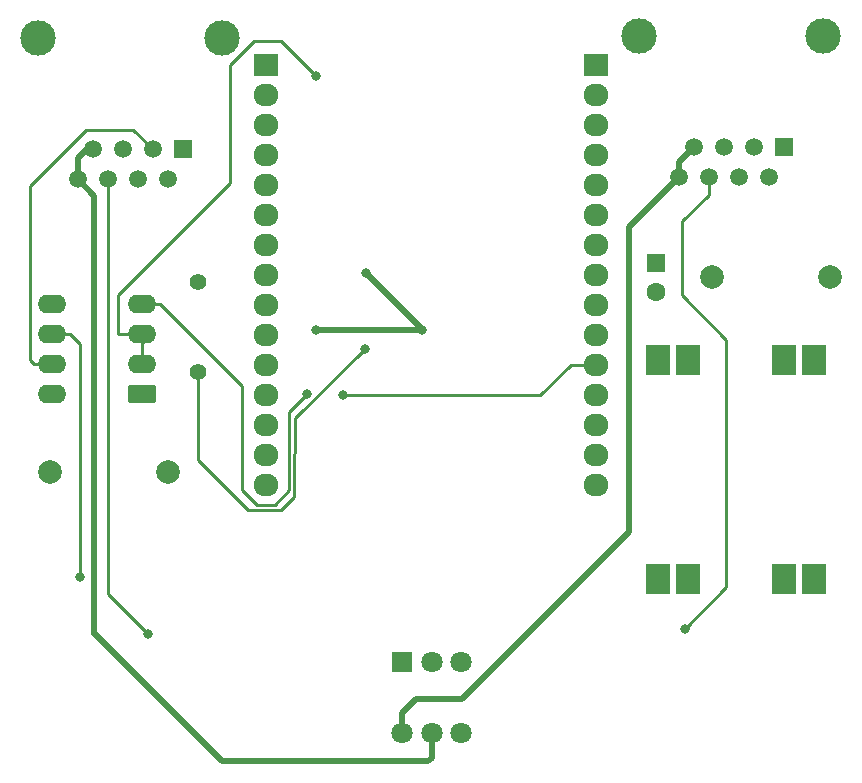
<source format=gbr>
%TF.GenerationSoftware,KiCad,Pcbnew,9.0.6*%
%TF.CreationDate,2025-12-01T16:28:18+01:00*%
%TF.ProjectId,Wavin-AHC-9000-mqtt,57617669-6e2d-4414-9843-2d393030302d,rev?*%
%TF.SameCoordinates,Original*%
%TF.FileFunction,Copper,L2,Bot*%
%TF.FilePolarity,Positive*%
%FSLAX46Y46*%
G04 Gerber Fmt 4.6, Leading zero omitted, Abs format (unit mm)*
G04 Created by KiCad (PCBNEW 9.0.6) date 2025-12-01 16:28:18*
%MOMM*%
%LPD*%
G01*
G04 APERTURE LIST*
G04 Aperture macros list*
%AMRoundRect*
0 Rectangle with rounded corners*
0 $1 Rounding radius*
0 $2 $3 $4 $5 $6 $7 $8 $9 X,Y pos of 4 corners*
0 Add a 4 corners polygon primitive as box body*
4,1,4,$2,$3,$4,$5,$6,$7,$8,$9,$2,$3,0*
0 Add four circle primitives for the rounded corners*
1,1,$1+$1,$2,$3*
1,1,$1+$1,$4,$5*
1,1,$1+$1,$6,$7*
1,1,$1+$1,$8,$9*
0 Add four rect primitives between the rounded corners*
20,1,$1+$1,$2,$3,$4,$5,0*
20,1,$1+$1,$4,$5,$6,$7,0*
20,1,$1+$1,$6,$7,$8,$9,0*
20,1,$1+$1,$8,$9,$2,$3,0*%
G04 Aperture macros list end*
%TA.AperFunction,ComponentPad*%
%ADD10R,1.500000X1.500000*%
%TD*%
%TA.AperFunction,ComponentPad*%
%ADD11C,1.500000*%
%TD*%
%TA.AperFunction,ComponentPad*%
%ADD12C,3.000000*%
%TD*%
%TA.AperFunction,ComponentPad*%
%ADD13C,2.000000*%
%TD*%
%TA.AperFunction,ComponentPad*%
%ADD14RoundRect,0.250000X-0.550000X0.550000X-0.550000X-0.550000X0.550000X-0.550000X0.550000X0.550000X0*%
%TD*%
%TA.AperFunction,ComponentPad*%
%ADD15C,1.600000*%
%TD*%
%TA.AperFunction,ComponentPad*%
%ADD16R,2.100000X1.900000*%
%TD*%
%TA.AperFunction,ComponentPad*%
%ADD17O,2.100000X1.900000*%
%TD*%
%TA.AperFunction,ComponentPad*%
%ADD18C,1.400000*%
%TD*%
%TA.AperFunction,ComponentPad*%
%ADD19RoundRect,0.250000X0.950000X0.550000X-0.950000X0.550000X-0.950000X-0.550000X0.950000X-0.550000X0*%
%TD*%
%TA.AperFunction,ComponentPad*%
%ADD20O,2.400000X1.600000*%
%TD*%
%TA.AperFunction,ComponentPad*%
%ADD21R,1.800000X1.800000*%
%TD*%
%TA.AperFunction,ComponentPad*%
%ADD22C,1.800000*%
%TD*%
%TA.AperFunction,ComponentPad*%
%ADD23R,2.032000X2.540000*%
%TD*%
%TA.AperFunction,ViaPad*%
%ADD24C,0.800000*%
%TD*%
%TA.AperFunction,Conductor*%
%ADD25C,0.500000*%
%TD*%
%TA.AperFunction,Conductor*%
%ADD26C,0.250000*%
%TD*%
G04 APERTURE END LIST*
D10*
%TO.P,J2,1*%
%TO.N,GND*%
X143830000Y-87000000D03*
D11*
%TO.P,J2,2*%
X142560000Y-89540000D03*
%TO.P,J2,3*%
%TO.N,Net-(U3-B)*%
X141290000Y-87000000D03*
%TO.P,J2,4*%
%TO.N,unconnected-(J2-Pad4)*%
X140020000Y-89540000D03*
%TO.P,J2,5*%
%TO.N,unconnected-(J2-Pad5)*%
X138750000Y-87000000D03*
%TO.P,J2,6*%
%TO.N,Net-(J2-Pad6)*%
X137480000Y-89540000D03*
%TO.P,J2,7*%
%TO.N,Net-(J2-Pad7)*%
X136210000Y-87000000D03*
%TO.P,J2,8*%
X134940000Y-89540000D03*
D12*
%TO.P,J2,SH*%
%TO.N,N/C*%
X147155000Y-77600000D03*
X131615000Y-77600000D03*
%TD*%
D13*
%TO.P,C1,1*%
%TO.N,VCC*%
X81750000Y-114500000D03*
%TO.P,C1,2*%
%TO.N,GND*%
X91750000Y-114500000D03*
%TD*%
D14*
%TO.P,C3,1*%
%TO.N,VCC*%
X133000000Y-96771100D03*
D15*
%TO.P,C3,2*%
%TO.N,GND*%
X133000000Y-99271100D03*
%TD*%
D10*
%TO.P,J1,1*%
%TO.N,GND*%
X92945000Y-87155000D03*
D11*
%TO.P,J1,2*%
X91675000Y-89695000D03*
%TO.P,J1,3*%
%TO.N,Net-(U3-B)*%
X90405000Y-87155000D03*
%TO.P,J1,4*%
%TO.N,unconnected-(J1-Pad4)*%
X89135000Y-89695000D03*
%TO.P,J1,5*%
%TO.N,unconnected-(J1-Pad5)*%
X87865000Y-87155000D03*
%TO.P,J1,6*%
%TO.N,Net-(J1-Pad6)*%
X86595000Y-89695000D03*
%TO.P,J1,7*%
%TO.N,Net-(J1-Pad7)*%
X85325000Y-87155000D03*
%TO.P,J1,8*%
X84055000Y-89695000D03*
D12*
%TO.P,J1,SH*%
%TO.N,N/C*%
X96270000Y-77755000D03*
X80730000Y-77755000D03*
%TD*%
D16*
%TO.P,U1,1,A0*%
%TO.N,unconnected-(U1-A0-Pad1)*%
X100000000Y-80000000D03*
D17*
%TO.P,U1,2,RSV*%
%TO.N,unconnected-(U1-RSV-Pad2)*%
X100000000Y-82540000D03*
%TO.P,U1,3,RSV*%
%TO.N,unconnected-(U1-RSV-Pad3)*%
X100000000Y-85080000D03*
%TO.P,U1,4,RSV*%
%TO.N,unconnected-(U1-RSV-Pad4)*%
X100000000Y-87620000D03*
%TO.P,U1,5,RSV*%
%TO.N,unconnected-(U1-RSV-Pad5)*%
X100000000Y-90160000D03*
%TO.P,U1,6,RSV*%
%TO.N,unconnected-(U1-RSV-Pad6)*%
X100000000Y-92700000D03*
%TO.P,U1,7,RSV*%
%TO.N,unconnected-(U1-RSV-Pad7)*%
X100000000Y-95240000D03*
%TO.P,U1,8,GND*%
%TO.N,GND*%
X100000000Y-97780000D03*
%TO.P,U1,9,3V3*%
%TO.N,VCC*%
X100000000Y-100320000D03*
%TO.P,U1,10,GND*%
%TO.N,GND*%
X100000000Y-102860000D03*
%TO.P,U1,11,3V3*%
%TO.N,VCC*%
X100000000Y-105400000D03*
%TO.P,U1,12,EN*%
%TO.N,unconnected-(U1-EN-Pad12)*%
X100000000Y-107940000D03*
%TO.P,U1,13,RST*%
%TO.N,unconnected-(U1-RST-Pad13)*%
X100000000Y-110480000D03*
%TO.P,U1,14,GND*%
%TO.N,GND*%
X100000000Y-113020000D03*
%TO.P,U1,15,5V*%
%TO.N,unconnected-(U1-5V-Pad15)*%
X100000000Y-115560000D03*
%TO.P,U1,16,3V3*%
%TO.N,VCC*%
X127940000Y-115560000D03*
%TO.P,U1,17,GND*%
%TO.N,GND*%
X127940000Y-113020000D03*
%TO.P,U1,18,TX*%
%TO.N,unconnected-(U1-TX-Pad18)*%
X127940000Y-110480000D03*
%TO.P,U1,19,RX*%
%TO.N,unconnected-(U1-RX-Pad19)*%
X127940000Y-107940000D03*
%TO.P,U1,20,D8*%
%TO.N,Net-(U1-D8)*%
X127940000Y-105400000D03*
%TO.P,U1,21,D7*%
%TO.N,Net-(U1-D7)*%
X127940000Y-102860000D03*
%TO.P,U1,22,D6*%
%TO.N,unconnected-(U1-D6-Pad22)*%
X127940000Y-100320000D03*
%TO.P,U1,23,D5*%
%TO.N,unconnected-(U1-D5-Pad23)*%
X127940000Y-97780000D03*
%TO.P,U1,24,GND*%
%TO.N,GND*%
X127940000Y-95240000D03*
%TO.P,U1,25,3V3*%
%TO.N,VCC*%
X127940000Y-92700000D03*
%TO.P,U1,26,D4*%
%TO.N,unconnected-(U1-D4-Pad26)*%
X127940000Y-90160000D03*
%TO.P,U1,27,D3*%
%TO.N,unconnected-(U1-D3-Pad27)*%
X127940000Y-87620000D03*
%TO.P,U1,28,D2*%
%TO.N,unconnected-(U1-D2-Pad28)*%
X127940000Y-85080000D03*
%TO.P,U1,29,D1*%
%TO.N,Net-(U1-D1)*%
X127940000Y-82540000D03*
D16*
%TO.P,U1,30,D0*%
%TO.N,unconnected-(U1-D0-Pad30)*%
X127940000Y-80000000D03*
%TD*%
D18*
%TO.P,R1,1*%
%TO.N,VCC*%
X94250000Y-98380000D03*
%TO.P,R1,2*%
%TO.N,Net-(U1-D7)*%
X94250000Y-106000000D03*
%TD*%
D19*
%TO.P,U3,1,RO*%
%TO.N,Net-(U1-D7)*%
X89500000Y-107870000D03*
D20*
%TO.P,U3,2,~{RE}*%
%TO.N,Net-(U1-D1)*%
X89500000Y-105330000D03*
%TO.P,U3,3,DE*%
X89500000Y-102790000D03*
%TO.P,U3,4,DI*%
%TO.N,Net-(U1-D8)*%
X89500000Y-100250000D03*
%TO.P,U3,5,GND*%
%TO.N,GND*%
X81880000Y-100250000D03*
%TO.P,U3,6,A*%
%TO.N,Net-(U3-A)*%
X81880000Y-102790000D03*
%TO.P,U3,7,B*%
%TO.N,Net-(U3-B)*%
X81880000Y-105330000D03*
%TO.P,U3,8,VCC*%
%TO.N,VCC*%
X81880000Y-107870000D03*
%TD*%
D21*
%TO.P,SW1,1,A*%
%TO.N,Net-(J2-Pad6)*%
X111555000Y-130555000D03*
D22*
%TO.P,SW1,2,B*%
%TO.N,Net-(J1-Pad6)*%
X114055000Y-130555000D03*
%TO.P,SW1,3,C*%
%TO.N,Net-(U3-A)*%
X116555000Y-130555000D03*
%TO.P,SW1,4,A*%
%TO.N,Net-(J2-Pad7)*%
X111555000Y-136555000D03*
%TO.P,SW1,5,B*%
%TO.N,Net-(J1-Pad7)*%
X114055000Y-136555000D03*
%TO.P,SW1,6,C*%
%TO.N,Net-(A1-IN+-Pad1)*%
X116555000Y-136555000D03*
%TD*%
D23*
%TO.P,A1,1,IN+*%
%TO.N,Net-(A1-IN+-Pad1)*%
X146418000Y-123542000D03*
%TO.P,A1,2,IN+*%
%TO.N,unconnected-(A1-IN+-Pad2)*%
X143878000Y-123542000D03*
%TO.P,A1,3,IN-*%
%TO.N,unconnected-(A1-IN--Pad3)*%
X135750000Y-123542000D03*
%TO.P,A1,4,IN-*%
%TO.N,GND*%
X133210000Y-123542000D03*
%TO.P,A1,5,OUT+*%
%TO.N,VCC*%
X146418000Y-105000000D03*
%TO.P,A1,6,OUT+*%
%TO.N,unconnected-(A1-OUT+-Pad6)*%
X143878000Y-105000000D03*
%TO.P,A1,7,OUT-*%
%TO.N,unconnected-(A1-OUT--Pad7)*%
X135750000Y-105000000D03*
%TO.P,A1,8,OUT-*%
%TO.N,GND*%
X133210000Y-105000000D03*
%TD*%
D13*
%TO.P,C2,1*%
%TO.N,VCC*%
X137750000Y-98000000D03*
%TO.P,C2,2*%
%TO.N,GND*%
X147750000Y-98000000D03*
%TD*%
D24*
%TO.N,GND*%
X104250000Y-102500000D03*
X113250000Y-102500000D03*
X108500000Y-97625000D03*
%TO.N,Net-(J1-Pad6)*%
X90000000Y-128250000D03*
%TO.N,Net-(J2-Pad6)*%
X135450000Y-127800000D03*
%TO.N,Net-(U1-D7)*%
X108394200Y-104044200D03*
%TO.N,Net-(U3-A)*%
X84250000Y-123400000D03*
%TO.N,Net-(U1-D1)*%
X104250000Y-81000000D03*
%TO.N,Net-(U1-D8)*%
X103486547Y-107926547D03*
X106500000Y-107940000D03*
%TD*%
D25*
%TO.N,GND*%
X113250000Y-102375000D02*
X113250000Y-102500000D01*
X104250000Y-102500000D02*
X113250000Y-102500000D01*
X108500000Y-97625000D02*
X113250000Y-102375000D01*
D26*
%TO.N,Net-(U3-B)*%
X80000000Y-90250000D02*
X84750000Y-85500000D01*
X80353300Y-105330000D02*
X80000000Y-104976700D01*
X80000000Y-104976700D02*
X80000000Y-90250000D01*
X88750000Y-85500000D02*
X90405000Y-87155000D01*
X81880000Y-105330000D02*
X80353300Y-105330000D01*
X84750000Y-85500000D02*
X88750000Y-85500000D01*
D25*
%TO.N,Net-(J1-Pad7)*%
X85531600Y-128231600D02*
X85481600Y-128231600D01*
X114055000Y-138695000D02*
X113750000Y-139000000D01*
X84845000Y-87155000D02*
X84055000Y-87945000D01*
X85481600Y-128231600D02*
X85481600Y-91121600D01*
X114055000Y-136555000D02*
X114055000Y-138695000D01*
X96300000Y-139000000D02*
X85531600Y-128231600D01*
X85481600Y-91121600D02*
X84055000Y-89695000D01*
X85325000Y-87155000D02*
X84845000Y-87155000D01*
X84055000Y-87945000D02*
X84055000Y-89695000D01*
X113750000Y-139000000D02*
X96300000Y-139000000D01*
D26*
%TO.N,Net-(J1-Pad6)*%
X86595000Y-89695000D02*
X86595000Y-124845000D01*
X90000000Y-128250000D02*
X86595000Y-124845000D01*
D25*
%TO.N,Net-(J2-Pad7)*%
X134940000Y-88270000D02*
X134940000Y-89540000D01*
X111555000Y-134945000D02*
X111555000Y-136555000D01*
X112750000Y-133750000D02*
X111555000Y-134945000D01*
X130750000Y-119565500D02*
X116565500Y-133750000D01*
X136210000Y-87000000D02*
X134940000Y-88270000D01*
X116565500Y-133750000D02*
X112750000Y-133750000D01*
X134940000Y-89540000D02*
X130750000Y-93730000D01*
X130750000Y-93730000D02*
X130750000Y-119565500D01*
D26*
%TO.N,Net-(J2-Pad6)*%
X135250000Y-99537600D02*
X135250000Y-93250000D01*
X135250000Y-93250000D02*
X137480000Y-91020000D01*
X139000000Y-103287600D02*
X135250000Y-99537600D01*
X135450000Y-127800000D02*
X139000000Y-124250000D01*
X137480000Y-91020000D02*
X137480000Y-89540000D01*
X139000000Y-124250000D02*
X139000000Y-103287600D01*
%TO.N,Net-(U1-D7)*%
X101250000Y-117750000D02*
X102414000Y-116586000D01*
X94250000Y-106000000D02*
X94250000Y-113500000D01*
X102487808Y-112894000D02*
X102500000Y-112894000D01*
X102500000Y-109938400D02*
X108394200Y-104044200D01*
X102414000Y-112967808D02*
X102487808Y-112894000D01*
X98500000Y-117750000D02*
X101250000Y-117750000D01*
X102500000Y-112894000D02*
X102500000Y-109938400D01*
X94250000Y-113500000D02*
X98500000Y-117750000D01*
X102414000Y-116586000D02*
X102414000Y-112967808D01*
%TO.N,Net-(U3-A)*%
X84250000Y-123400000D02*
X84250000Y-103633300D01*
X83406700Y-102790000D02*
X81880000Y-102790000D01*
X84250000Y-103633300D02*
X83406700Y-102790000D01*
%TO.N,Net-(U1-D1)*%
X99000000Y-78000000D02*
X96958100Y-80041900D01*
X96958100Y-80041900D02*
X96958100Y-90013300D01*
X87500000Y-99471400D02*
X87500000Y-102790000D01*
X101250000Y-78000000D02*
X99000000Y-78000000D01*
X89500000Y-102790000D02*
X90263400Y-102790000D01*
X89500000Y-103553400D02*
X89500000Y-105330000D01*
X96958100Y-90013300D02*
X87500000Y-99471400D01*
X87500000Y-102790000D02*
X89500000Y-102790000D01*
X90263400Y-102790000D02*
X89500000Y-103553400D01*
X104250000Y-81000000D02*
X101250000Y-78000000D01*
%TO.N,Net-(U1-D8)*%
X101963000Y-112780998D02*
X101963000Y-116037000D01*
X102000000Y-109413094D02*
X102000000Y-112743998D01*
X100750000Y-117250000D02*
X99250000Y-117250000D01*
X119273100Y-108000000D02*
X123250000Y-108000000D01*
X103486547Y-107926547D02*
X102000000Y-109413094D01*
X99250000Y-117250000D02*
X97982200Y-115982200D01*
X123250000Y-108000000D02*
X125850000Y-105400000D01*
X106500000Y-107940000D02*
X119213100Y-107940000D01*
X119213100Y-107940000D02*
X119273100Y-108000000D01*
X97982200Y-107205500D02*
X91026700Y-100250000D01*
X125850000Y-105400000D02*
X127940000Y-105400000D01*
X91026700Y-100250000D02*
X89500000Y-100250000D01*
X97982200Y-115982200D02*
X97982200Y-107205500D01*
X102000000Y-112743998D02*
X101963000Y-112780998D01*
X101963000Y-116037000D02*
X100750000Y-117250000D01*
%TD*%
M02*

</source>
